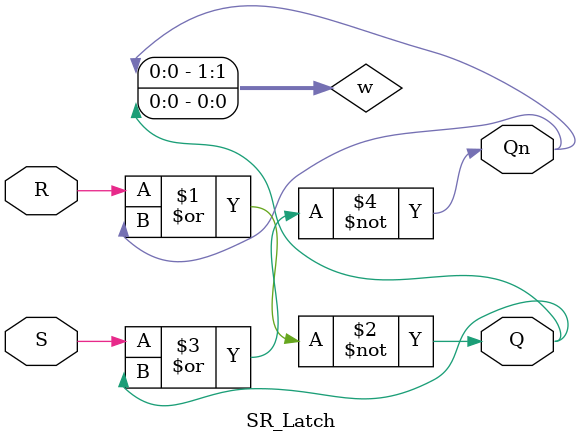
<source format=v>
module SR_Latch(R,S,Q,Qn);
input R,S;
output Q,Qn;
wire [1:0]w;
nor n1(Q,R,w[1]);
nor n2(Qn,S,w[0]);
assign w[0]=Q;
assign w[1]=Qn;
endmodule

</source>
